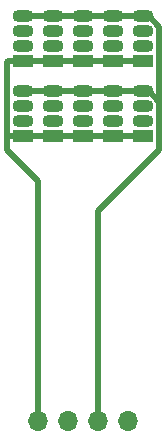
<source format=gbr>
G04 #@! TF.GenerationSoftware,KiCad,Pcbnew,5.1.5-52549c5~84~ubuntu18.04.1*
G04 #@! TF.CreationDate,2020-02-06T16:58:15+00:00*
G04 #@! TF.ProjectId,leds,6c656473-2e6b-4696-9361-645f70636258,rev?*
G04 #@! TF.SameCoordinates,Original*
G04 #@! TF.FileFunction,Copper,L1,Top*
G04 #@! TF.FilePolarity,Positive*
%FSLAX46Y46*%
G04 Gerber Fmt 4.6, Leading zero omitted, Abs format (unit mm)*
G04 Created by KiCad (PCBNEW 5.1.5-52549c5~84~ubuntu18.04.1) date 2020-02-06 16:58:15*
%MOMM*%
%LPD*%
G04 APERTURE LIST*
%ADD10O,1.700000X1.700000*%
%ADD11O,1.800000X1.070000*%
%ADD12R,1.800000X1.070000*%
%ADD13C,0.500000*%
G04 APERTURE END LIST*
D10*
X115570000Y-99060000D03*
X118110000Y-99060000D03*
X120650000Y-99060000D03*
X123190000Y-99060000D03*
D11*
X114300000Y-67310000D03*
X114300000Y-64770000D03*
X114300000Y-66040000D03*
D12*
X114300000Y-68580000D03*
X114300000Y-74930000D03*
D11*
X114300000Y-72390000D03*
X114300000Y-71120000D03*
X114300000Y-73660000D03*
D12*
X116840000Y-68580000D03*
D11*
X116840000Y-66040000D03*
X116840000Y-64770000D03*
X116840000Y-67310000D03*
X116840000Y-73660000D03*
X116840000Y-71120000D03*
X116840000Y-72390000D03*
D12*
X116840000Y-74930000D03*
D11*
X119380000Y-67310000D03*
X119380000Y-64770000D03*
X119380000Y-66040000D03*
D12*
X119380000Y-68580000D03*
X119380000Y-74930000D03*
D11*
X119380000Y-72390000D03*
X119380000Y-71120000D03*
X119380000Y-73660000D03*
D12*
X121920000Y-68580000D03*
D11*
X121920000Y-66040000D03*
X121920000Y-64770000D03*
X121920000Y-67310000D03*
X121920000Y-73660000D03*
X121920000Y-71120000D03*
X121920000Y-72390000D03*
D12*
X121920000Y-74930000D03*
D11*
X124460000Y-67310000D03*
X124460000Y-64770000D03*
X124460000Y-66040000D03*
D12*
X124460000Y-68580000D03*
X124460000Y-74930000D03*
D11*
X124460000Y-72390000D03*
X124460000Y-71120000D03*
X124460000Y-73660000D03*
D13*
X124460000Y-71120000D02*
X114300000Y-71120000D01*
X113811986Y-64770000D02*
X114300000Y-64770000D01*
X124460000Y-64770000D02*
X113811986Y-64770000D01*
X120650000Y-99060000D02*
X120650000Y-81280000D01*
X125810010Y-71981996D02*
X125810010Y-76119990D01*
X124460000Y-71120000D02*
X124948014Y-71120000D01*
X124948014Y-71120000D02*
X125810010Y-71981996D01*
X120650000Y-81280000D02*
X125810010Y-76119990D01*
X125810010Y-65631996D02*
X125810010Y-71981996D01*
X124948014Y-64770000D02*
X125810010Y-65631996D01*
X124460000Y-64770000D02*
X124948014Y-64770000D01*
X113811986Y-74930000D02*
X114300000Y-74930000D01*
X114300000Y-68580000D02*
X124460000Y-68580000D01*
X124460000Y-74930000D02*
X114300000Y-74930000D01*
X114300000Y-68580000D02*
X113935000Y-68580000D01*
X115570000Y-78740000D02*
X115570000Y-99060000D01*
X112900000Y-76070000D02*
X115570000Y-78740000D01*
X114300000Y-68580000D02*
X113030000Y-68580000D01*
X113030000Y-68580000D02*
X112900000Y-68710000D01*
X112900000Y-75435000D02*
X112900000Y-76070000D01*
X112900000Y-75435000D02*
X112900000Y-75060000D01*
X112900000Y-68710000D02*
X112900000Y-75435000D01*
X113030000Y-74930000D02*
X114300000Y-74930000D01*
X112900000Y-75060000D02*
X113030000Y-74930000D01*
M02*

</source>
